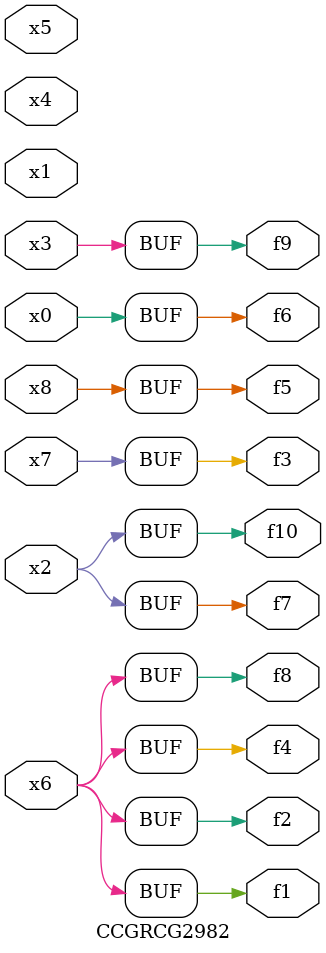
<source format=v>
module CCGRCG2982(
	input x0, x1, x2, x3, x4, x5, x6, x7, x8,
	output f1, f2, f3, f4, f5, f6, f7, f8, f9, f10
);
	assign f1 = x6;
	assign f2 = x6;
	assign f3 = x7;
	assign f4 = x6;
	assign f5 = x8;
	assign f6 = x0;
	assign f7 = x2;
	assign f8 = x6;
	assign f9 = x3;
	assign f10 = x2;
endmodule

</source>
